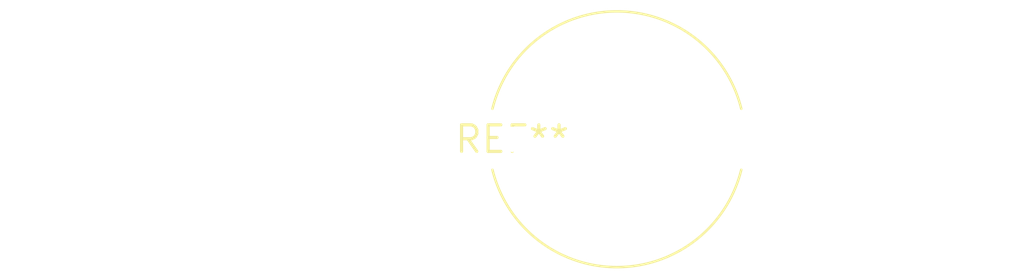
<source format=kicad_pcb>
(kicad_pcb (version 20240108) (generator pcbnew)
  (layers (0 "F.Cu" signal) (31 "B.Cu" signal) (34 "B.Paste" user) (35 "F.Paste" user) (36 "B.SilkS" user "B.Silkscreen") (37 "F.SilkS" user "F.Silkscreen") (38 "B.Mask" user) (39 "F.Mask" user) (44 "Edge.Cuts" user))
  (net 0 "")
  (footprint "L_Radial_D12.0mm_P10.00mm_Neosid_SD12_style1" (layer "F.Cu") (at 0 0)
    (property "Reference" "REF**")
    (property "Value" "L_Radial_D12.0mm_P10.00mm_Neosid_SD12_style1")
    (fp_arc (start -0.943299 -1.46) (mid 5 -6.12) (end 10.943299 -1.46) (layer "F.SilkS") (stroke (width 0.12)))
    (fp_arc (start 10.943299 1.46) (mid 5 6.12) (end -0.943299 1.46) (layer "F.SilkS") (stroke (width 0.12)))
    (pad "1" thru_hole circle (at 0 0) (size 2.4 2.4) (drill 1.2) (layers *.Cu *.Mask) (remove_unused_layers))
    (pad "2" thru_hole circle (at 10 0) (size 2.4 2.4) (drill 1.2) (layers *.Cu *.Mask) (remove_unused_layers))
  )
)
</source>
